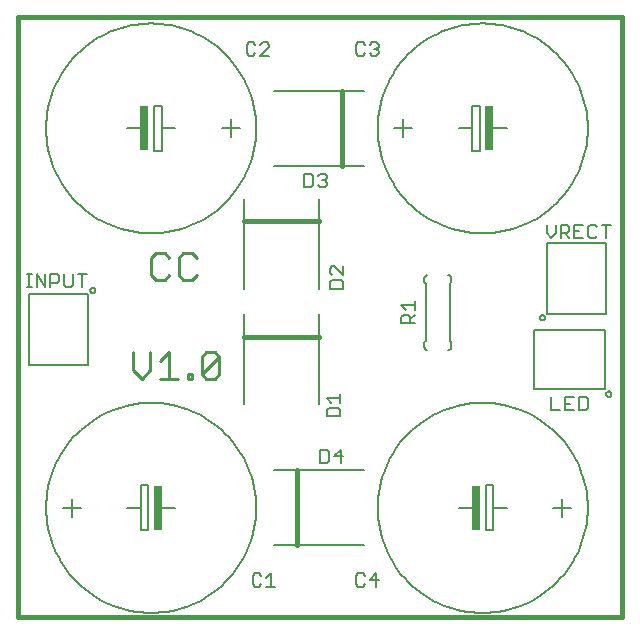
<source format=gto>
G75*
G70*
%OFA0B0*%
%FSLAX24Y24*%
%IPPOS*%
%LPD*%
%AMOC8*
5,1,8,0,0,1.08239X$1,22.5*
%
%ADD10C,0.0160*%
%ADD11C,0.0110*%
%ADD12C,0.0050*%
%ADD13C,0.0060*%
%ADD14R,0.0250X0.1500*%
D10*
X000180Y000180D02*
X020330Y000180D01*
X020330Y020180D01*
X000180Y020180D01*
X000180Y000180D01*
X009480Y002580D02*
X009480Y005080D01*
X010230Y009530D02*
X007730Y009530D01*
X007730Y013380D02*
X010230Y013380D01*
X010980Y015230D02*
X010980Y017730D01*
D11*
X006001Y012326D02*
X005704Y012326D01*
X005556Y012177D01*
X005556Y011583D01*
X005704Y011435D01*
X006001Y011435D01*
X006150Y011583D01*
X006150Y012177D02*
X006001Y012326D01*
X005229Y012177D02*
X005080Y012326D01*
X004783Y012326D01*
X004635Y012177D01*
X004635Y011583D01*
X004783Y011435D01*
X005080Y011435D01*
X005229Y011583D01*
X005230Y009026D02*
X005230Y008135D01*
X004933Y008135D02*
X005527Y008135D01*
X005854Y008135D02*
X006002Y008135D01*
X006002Y008283D01*
X005854Y008283D01*
X005854Y008135D01*
X006314Y008283D02*
X006908Y008877D01*
X006908Y008283D01*
X006760Y008135D01*
X006463Y008135D01*
X006314Y008283D01*
X006314Y008877D01*
X006463Y009026D01*
X006760Y009026D01*
X006908Y008877D01*
X005230Y009026D02*
X004933Y008729D01*
X004606Y008432D02*
X004606Y009026D01*
X004012Y009026D02*
X004012Y008432D01*
X004309Y008135D01*
X004606Y008432D01*
D12*
X002524Y008605D02*
X000555Y008605D01*
X000555Y010967D01*
X002524Y010967D01*
X002524Y008605D01*
X002593Y011086D02*
X002595Y011104D01*
X002601Y011122D01*
X002610Y011138D01*
X002622Y011151D01*
X002637Y011162D01*
X002654Y011170D01*
X002672Y011174D01*
X002690Y011174D01*
X002708Y011170D01*
X002725Y011162D01*
X002740Y011151D01*
X002752Y011138D01*
X002761Y011122D01*
X002767Y011104D01*
X002769Y011086D01*
X002767Y011068D01*
X002761Y011050D01*
X002752Y011034D01*
X002740Y011021D01*
X002725Y011010D01*
X002708Y011002D01*
X002690Y010998D01*
X002672Y010998D01*
X002654Y011002D01*
X002637Y011010D01*
X002622Y011021D01*
X002610Y011034D01*
X002601Y011050D01*
X002595Y011068D01*
X002593Y011086D01*
X007730Y011130D02*
X007730Y013380D01*
X007730Y014130D01*
X008730Y015230D02*
X010980Y015230D01*
X011730Y015230D01*
X010230Y014130D02*
X010230Y013380D01*
X010230Y011130D01*
X010230Y010280D02*
X010230Y009530D01*
X010230Y007280D01*
X009480Y005080D02*
X008730Y005080D01*
X009480Y005080D02*
X011730Y005080D01*
X011730Y002580D02*
X009480Y002580D01*
X008730Y002580D01*
X007730Y007280D02*
X007730Y009530D01*
X007730Y010280D01*
X008730Y017730D02*
X010980Y017730D01*
X011730Y017730D01*
X017836Y012655D02*
X019805Y012655D01*
X019805Y010293D01*
X017836Y010293D01*
X017836Y012655D01*
X017591Y010174D02*
X017593Y010192D01*
X017599Y010210D01*
X017608Y010226D01*
X017620Y010239D01*
X017635Y010250D01*
X017652Y010258D01*
X017670Y010262D01*
X017688Y010262D01*
X017706Y010258D01*
X017723Y010250D01*
X017738Y010239D01*
X017750Y010226D01*
X017759Y010210D01*
X017765Y010192D01*
X017767Y010174D01*
X017765Y010156D01*
X017759Y010138D01*
X017750Y010122D01*
X017738Y010109D01*
X017723Y010098D01*
X017706Y010090D01*
X017688Y010086D01*
X017670Y010086D01*
X017652Y010090D01*
X017635Y010098D01*
X017620Y010109D01*
X017608Y010122D01*
X017599Y010138D01*
X017593Y010156D01*
X017591Y010174D01*
X017405Y009755D02*
X019767Y009755D01*
X019767Y007786D01*
X017405Y007786D01*
X017405Y009755D01*
X019798Y007629D02*
X019800Y007647D01*
X019806Y007665D01*
X019815Y007681D01*
X019827Y007694D01*
X019842Y007705D01*
X019859Y007713D01*
X019877Y007717D01*
X019895Y007717D01*
X019913Y007713D01*
X019930Y007705D01*
X019945Y007694D01*
X019957Y007681D01*
X019966Y007665D01*
X019972Y007647D01*
X019974Y007629D01*
X019972Y007611D01*
X019966Y007593D01*
X019957Y007577D01*
X019945Y007564D01*
X019930Y007553D01*
X019913Y007545D01*
X019895Y007541D01*
X019877Y007541D01*
X019859Y007545D01*
X019842Y007553D01*
X019827Y007564D01*
X019815Y007577D01*
X019806Y007593D01*
X019800Y007611D01*
X019798Y007629D01*
D13*
X019184Y007448D02*
X019184Y007155D01*
X019110Y007081D01*
X018890Y007081D01*
X018890Y007522D01*
X019110Y007522D01*
X019184Y007448D01*
X018723Y007522D02*
X018430Y007522D01*
X018430Y007081D01*
X018723Y007081D01*
X018577Y007301D02*
X018430Y007301D01*
X018263Y007081D02*
X017969Y007081D01*
X017969Y007522D01*
X016030Y004580D02*
X015780Y004580D01*
X015780Y003080D01*
X016030Y003080D01*
X016030Y003830D01*
X016030Y004580D01*
X016030Y003830D02*
X016480Y003830D01*
X012180Y003830D02*
X012184Y004002D01*
X012197Y004173D01*
X012218Y004344D01*
X012247Y004513D01*
X012285Y004680D01*
X012331Y004846D01*
X012385Y005009D01*
X012446Y005169D01*
X012516Y005326D01*
X012593Y005480D01*
X012678Y005629D01*
X012770Y005774D01*
X012869Y005915D01*
X012974Y006050D01*
X013087Y006180D01*
X013205Y006305D01*
X013330Y006423D01*
X013460Y006536D01*
X013595Y006641D01*
X013736Y006740D01*
X013881Y006832D01*
X014030Y006917D01*
X014184Y006994D01*
X014341Y007064D01*
X014501Y007125D01*
X014664Y007179D01*
X014830Y007225D01*
X014997Y007263D01*
X015166Y007292D01*
X015337Y007313D01*
X015508Y007326D01*
X015680Y007330D01*
X015852Y007326D01*
X016023Y007313D01*
X016194Y007292D01*
X016363Y007263D01*
X016530Y007225D01*
X016696Y007179D01*
X016859Y007125D01*
X017019Y007064D01*
X017176Y006994D01*
X017330Y006917D01*
X017479Y006832D01*
X017624Y006740D01*
X017765Y006641D01*
X017900Y006536D01*
X018030Y006423D01*
X018155Y006305D01*
X018273Y006180D01*
X018386Y006050D01*
X018491Y005915D01*
X018590Y005774D01*
X018682Y005629D01*
X018767Y005480D01*
X018844Y005326D01*
X018914Y005169D01*
X018975Y005009D01*
X019029Y004846D01*
X019075Y004680D01*
X019113Y004513D01*
X019142Y004344D01*
X019163Y004173D01*
X019176Y004002D01*
X019180Y003830D01*
X019176Y003658D01*
X019163Y003487D01*
X019142Y003316D01*
X019113Y003147D01*
X019075Y002980D01*
X019029Y002814D01*
X018975Y002651D01*
X018914Y002491D01*
X018844Y002334D01*
X018767Y002180D01*
X018682Y002031D01*
X018590Y001886D01*
X018491Y001745D01*
X018386Y001610D01*
X018273Y001480D01*
X018155Y001355D01*
X018030Y001237D01*
X017900Y001124D01*
X017765Y001019D01*
X017624Y000920D01*
X017479Y000828D01*
X017330Y000743D01*
X017176Y000666D01*
X017019Y000596D01*
X016859Y000535D01*
X016696Y000481D01*
X016530Y000435D01*
X016363Y000397D01*
X016194Y000368D01*
X016023Y000347D01*
X015852Y000334D01*
X015680Y000330D01*
X015508Y000334D01*
X015337Y000347D01*
X015166Y000368D01*
X014997Y000397D01*
X014830Y000435D01*
X014664Y000481D01*
X014501Y000535D01*
X014341Y000596D01*
X014184Y000666D01*
X014030Y000743D01*
X013881Y000828D01*
X013736Y000920D01*
X013595Y001019D01*
X013460Y001124D01*
X013330Y001237D01*
X013205Y001355D01*
X013087Y001480D01*
X012974Y001610D01*
X012869Y001745D01*
X012770Y001886D01*
X012678Y002031D01*
X012593Y002180D01*
X012516Y002334D01*
X012446Y002491D01*
X012385Y002651D01*
X012331Y002814D01*
X012285Y002980D01*
X012247Y003147D01*
X012218Y003316D01*
X012197Y003487D01*
X012184Y003658D01*
X012180Y003830D01*
X010950Y005339D02*
X010950Y005779D01*
X010730Y005559D01*
X011023Y005559D01*
X010563Y005412D02*
X010563Y005706D01*
X010490Y005779D01*
X010269Y005779D01*
X010269Y005339D01*
X010490Y005339D01*
X010563Y005412D01*
X010488Y006880D02*
X010488Y007100D01*
X010562Y007173D01*
X010855Y007173D01*
X010929Y007100D01*
X010929Y006880D01*
X010488Y006880D01*
X010635Y007340D02*
X010488Y007487D01*
X010929Y007487D01*
X010929Y007340D02*
X010929Y007634D01*
X012970Y009980D02*
X012970Y010200D01*
X013043Y010274D01*
X013190Y010274D01*
X013263Y010200D01*
X013263Y009980D01*
X013263Y010127D02*
X013410Y010274D01*
X013410Y010440D02*
X013410Y010734D01*
X013410Y010587D02*
X012970Y010587D01*
X013116Y010440D01*
X012970Y009980D02*
X013410Y009980D01*
X013790Y009400D02*
X013790Y011300D01*
X013740Y011350D01*
X013740Y011500D01*
X013742Y011517D01*
X013746Y011534D01*
X013753Y011550D01*
X013763Y011564D01*
X013776Y011577D01*
X013790Y011587D01*
X013806Y011594D01*
X013823Y011598D01*
X013840Y011600D01*
X014540Y011600D02*
X014557Y011598D01*
X014574Y011594D01*
X014590Y011587D01*
X014604Y011577D01*
X014617Y011564D01*
X014627Y011550D01*
X014634Y011534D01*
X014638Y011517D01*
X014640Y011500D01*
X014640Y011350D01*
X014590Y011300D01*
X014590Y009400D01*
X014640Y009350D01*
X014640Y009200D01*
X014638Y009183D01*
X014634Y009166D01*
X014627Y009150D01*
X014617Y009136D01*
X014604Y009123D01*
X014590Y009113D01*
X014574Y009106D01*
X014557Y009102D01*
X014540Y009100D01*
X013840Y009100D02*
X013823Y009102D01*
X013806Y009106D01*
X013790Y009113D01*
X013776Y009123D01*
X013763Y009136D01*
X013753Y009150D01*
X013746Y009166D01*
X013742Y009183D01*
X013740Y009200D01*
X013740Y009350D01*
X013790Y009400D01*
X011029Y011130D02*
X011029Y011350D01*
X010955Y011423D01*
X010662Y011423D01*
X010588Y011350D01*
X010588Y011130D01*
X011029Y011130D01*
X011029Y011590D02*
X010735Y011884D01*
X010662Y011884D01*
X010588Y011810D01*
X010588Y011664D01*
X010662Y011590D01*
X011029Y011590D02*
X011029Y011884D01*
X010410Y014531D02*
X010264Y014531D01*
X010190Y014605D01*
X010023Y014605D02*
X010023Y014898D01*
X009950Y014972D01*
X009730Y014972D01*
X009730Y014531D01*
X009950Y014531D01*
X010023Y014605D01*
X010190Y014898D02*
X010264Y014972D01*
X010410Y014972D01*
X010484Y014898D01*
X010484Y014825D01*
X010410Y014751D01*
X010484Y014678D01*
X010484Y014605D01*
X010410Y014531D01*
X010410Y014751D02*
X010337Y014751D01*
X012730Y016480D02*
X013330Y016480D01*
X013030Y016180D02*
X013030Y016780D01*
X014880Y016480D02*
X015330Y016480D01*
X015330Y015730D01*
X015580Y015730D01*
X015580Y017230D01*
X015330Y017230D01*
X015330Y016480D01*
X012180Y016480D02*
X012184Y016652D01*
X012197Y016823D01*
X012218Y016994D01*
X012247Y017163D01*
X012285Y017330D01*
X012331Y017496D01*
X012385Y017659D01*
X012446Y017819D01*
X012516Y017976D01*
X012593Y018130D01*
X012678Y018279D01*
X012770Y018424D01*
X012869Y018565D01*
X012974Y018700D01*
X013087Y018830D01*
X013205Y018955D01*
X013330Y019073D01*
X013460Y019186D01*
X013595Y019291D01*
X013736Y019390D01*
X013881Y019482D01*
X014030Y019567D01*
X014184Y019644D01*
X014341Y019714D01*
X014501Y019775D01*
X014664Y019829D01*
X014830Y019875D01*
X014997Y019913D01*
X015166Y019942D01*
X015337Y019963D01*
X015508Y019976D01*
X015680Y019980D01*
X015852Y019976D01*
X016023Y019963D01*
X016194Y019942D01*
X016363Y019913D01*
X016530Y019875D01*
X016696Y019829D01*
X016859Y019775D01*
X017019Y019714D01*
X017176Y019644D01*
X017330Y019567D01*
X017479Y019482D01*
X017624Y019390D01*
X017765Y019291D01*
X017900Y019186D01*
X018030Y019073D01*
X018155Y018955D01*
X018273Y018830D01*
X018386Y018700D01*
X018491Y018565D01*
X018590Y018424D01*
X018682Y018279D01*
X018767Y018130D01*
X018844Y017976D01*
X018914Y017819D01*
X018975Y017659D01*
X019029Y017496D01*
X019075Y017330D01*
X019113Y017163D01*
X019142Y016994D01*
X019163Y016823D01*
X019176Y016652D01*
X019180Y016480D01*
X019176Y016308D01*
X019163Y016137D01*
X019142Y015966D01*
X019113Y015797D01*
X019075Y015630D01*
X019029Y015464D01*
X018975Y015301D01*
X018914Y015141D01*
X018844Y014984D01*
X018767Y014830D01*
X018682Y014681D01*
X018590Y014536D01*
X018491Y014395D01*
X018386Y014260D01*
X018273Y014130D01*
X018155Y014005D01*
X018030Y013887D01*
X017900Y013774D01*
X017765Y013669D01*
X017624Y013570D01*
X017479Y013478D01*
X017330Y013393D01*
X017176Y013316D01*
X017019Y013246D01*
X016859Y013185D01*
X016696Y013131D01*
X016530Y013085D01*
X016363Y013047D01*
X016194Y013018D01*
X016023Y012997D01*
X015852Y012984D01*
X015680Y012980D01*
X015508Y012984D01*
X015337Y012997D01*
X015166Y013018D01*
X014997Y013047D01*
X014830Y013085D01*
X014664Y013131D01*
X014501Y013185D01*
X014341Y013246D01*
X014184Y013316D01*
X014030Y013393D01*
X013881Y013478D01*
X013736Y013570D01*
X013595Y013669D01*
X013460Y013774D01*
X013330Y013887D01*
X013205Y014005D01*
X013087Y014130D01*
X012974Y014260D01*
X012869Y014395D01*
X012770Y014536D01*
X012678Y014681D01*
X012593Y014830D01*
X012516Y014984D01*
X012446Y015141D01*
X012385Y015301D01*
X012331Y015464D01*
X012285Y015630D01*
X012247Y015797D01*
X012218Y015966D01*
X012197Y016137D01*
X012184Y016308D01*
X012180Y016480D01*
X012141Y018910D02*
X011994Y018910D01*
X011920Y018983D01*
X011754Y018983D02*
X011680Y018910D01*
X011533Y018910D01*
X011460Y018983D01*
X011460Y019277D01*
X011533Y019350D01*
X011680Y019350D01*
X011754Y019277D01*
X011920Y019277D02*
X011994Y019350D01*
X012141Y019350D01*
X012214Y019277D01*
X012214Y019204D01*
X012141Y019130D01*
X012214Y019057D01*
X012214Y018983D01*
X012141Y018910D01*
X012141Y019130D02*
X012067Y019130D01*
X008564Y019204D02*
X008564Y019277D01*
X008491Y019350D01*
X008344Y019350D01*
X008270Y019277D01*
X008104Y019277D02*
X008030Y019350D01*
X007883Y019350D01*
X007810Y019277D01*
X007810Y018983D01*
X007883Y018910D01*
X008030Y018910D01*
X008104Y018983D01*
X008270Y018910D02*
X008564Y019204D01*
X008564Y018910D02*
X008270Y018910D01*
X007280Y016780D02*
X007280Y016180D01*
X007580Y016480D02*
X006980Y016480D01*
X005430Y016480D02*
X004980Y016480D01*
X004980Y017230D01*
X004730Y017230D01*
X004730Y015730D01*
X004980Y015730D01*
X004980Y016480D01*
X001130Y016480D02*
X001134Y016652D01*
X001147Y016823D01*
X001168Y016994D01*
X001197Y017163D01*
X001235Y017330D01*
X001281Y017496D01*
X001335Y017659D01*
X001396Y017819D01*
X001466Y017976D01*
X001543Y018130D01*
X001628Y018279D01*
X001720Y018424D01*
X001819Y018565D01*
X001924Y018700D01*
X002037Y018830D01*
X002155Y018955D01*
X002280Y019073D01*
X002410Y019186D01*
X002545Y019291D01*
X002686Y019390D01*
X002831Y019482D01*
X002980Y019567D01*
X003134Y019644D01*
X003291Y019714D01*
X003451Y019775D01*
X003614Y019829D01*
X003780Y019875D01*
X003947Y019913D01*
X004116Y019942D01*
X004287Y019963D01*
X004458Y019976D01*
X004630Y019980D01*
X004802Y019976D01*
X004973Y019963D01*
X005144Y019942D01*
X005313Y019913D01*
X005480Y019875D01*
X005646Y019829D01*
X005809Y019775D01*
X005969Y019714D01*
X006126Y019644D01*
X006280Y019567D01*
X006429Y019482D01*
X006574Y019390D01*
X006715Y019291D01*
X006850Y019186D01*
X006980Y019073D01*
X007105Y018955D01*
X007223Y018830D01*
X007336Y018700D01*
X007441Y018565D01*
X007540Y018424D01*
X007632Y018279D01*
X007717Y018130D01*
X007794Y017976D01*
X007864Y017819D01*
X007925Y017659D01*
X007979Y017496D01*
X008025Y017330D01*
X008063Y017163D01*
X008092Y016994D01*
X008113Y016823D01*
X008126Y016652D01*
X008130Y016480D01*
X008126Y016308D01*
X008113Y016137D01*
X008092Y015966D01*
X008063Y015797D01*
X008025Y015630D01*
X007979Y015464D01*
X007925Y015301D01*
X007864Y015141D01*
X007794Y014984D01*
X007717Y014830D01*
X007632Y014681D01*
X007540Y014536D01*
X007441Y014395D01*
X007336Y014260D01*
X007223Y014130D01*
X007105Y014005D01*
X006980Y013887D01*
X006850Y013774D01*
X006715Y013669D01*
X006574Y013570D01*
X006429Y013478D01*
X006280Y013393D01*
X006126Y013316D01*
X005969Y013246D01*
X005809Y013185D01*
X005646Y013131D01*
X005480Y013085D01*
X005313Y013047D01*
X005144Y013018D01*
X004973Y012997D01*
X004802Y012984D01*
X004630Y012980D01*
X004458Y012984D01*
X004287Y012997D01*
X004116Y013018D01*
X003947Y013047D01*
X003780Y013085D01*
X003614Y013131D01*
X003451Y013185D01*
X003291Y013246D01*
X003134Y013316D01*
X002980Y013393D01*
X002831Y013478D01*
X002686Y013570D01*
X002545Y013669D01*
X002410Y013774D01*
X002280Y013887D01*
X002155Y014005D01*
X002037Y014130D01*
X001924Y014260D01*
X001819Y014395D01*
X001720Y014536D01*
X001628Y014681D01*
X001543Y014830D01*
X001466Y014984D01*
X001396Y015141D01*
X001335Y015301D01*
X001281Y015464D01*
X001235Y015630D01*
X001197Y015797D01*
X001168Y015966D01*
X001147Y016137D01*
X001134Y016308D01*
X001130Y016480D01*
X003830Y016480D02*
X004380Y016480D01*
X002484Y011622D02*
X002190Y011622D01*
X002337Y011622D02*
X002337Y011181D01*
X002023Y011255D02*
X001950Y011181D01*
X001803Y011181D01*
X001730Y011255D01*
X001730Y011622D01*
X001563Y011548D02*
X001563Y011401D01*
X001490Y011328D01*
X001269Y011328D01*
X001269Y011181D02*
X001269Y011622D01*
X001490Y011622D01*
X001563Y011548D01*
X002023Y011622D02*
X002023Y011255D01*
X001103Y011181D02*
X001103Y011622D01*
X000809Y011622D02*
X001103Y011181D01*
X000809Y011181D02*
X000809Y011622D01*
X000649Y011622D02*
X000502Y011622D01*
X000575Y011622D02*
X000575Y011181D01*
X000502Y011181D02*
X000649Y011181D01*
X004280Y004580D02*
X004530Y004580D01*
X004530Y003080D01*
X004280Y003080D01*
X004280Y003830D01*
X004280Y004580D01*
X004280Y003830D02*
X003830Y003830D01*
X001130Y003830D02*
X001134Y004002D01*
X001147Y004173D01*
X001168Y004344D01*
X001197Y004513D01*
X001235Y004680D01*
X001281Y004846D01*
X001335Y005009D01*
X001396Y005169D01*
X001466Y005326D01*
X001543Y005480D01*
X001628Y005629D01*
X001720Y005774D01*
X001819Y005915D01*
X001924Y006050D01*
X002037Y006180D01*
X002155Y006305D01*
X002280Y006423D01*
X002410Y006536D01*
X002545Y006641D01*
X002686Y006740D01*
X002831Y006832D01*
X002980Y006917D01*
X003134Y006994D01*
X003291Y007064D01*
X003451Y007125D01*
X003614Y007179D01*
X003780Y007225D01*
X003947Y007263D01*
X004116Y007292D01*
X004287Y007313D01*
X004458Y007326D01*
X004630Y007330D01*
X004802Y007326D01*
X004973Y007313D01*
X005144Y007292D01*
X005313Y007263D01*
X005480Y007225D01*
X005646Y007179D01*
X005809Y007125D01*
X005969Y007064D01*
X006126Y006994D01*
X006280Y006917D01*
X006429Y006832D01*
X006574Y006740D01*
X006715Y006641D01*
X006850Y006536D01*
X006980Y006423D01*
X007105Y006305D01*
X007223Y006180D01*
X007336Y006050D01*
X007441Y005915D01*
X007540Y005774D01*
X007632Y005629D01*
X007717Y005480D01*
X007794Y005326D01*
X007864Y005169D01*
X007925Y005009D01*
X007979Y004846D01*
X008025Y004680D01*
X008063Y004513D01*
X008092Y004344D01*
X008113Y004173D01*
X008126Y004002D01*
X008130Y003830D01*
X008126Y003658D01*
X008113Y003487D01*
X008092Y003316D01*
X008063Y003147D01*
X008025Y002980D01*
X007979Y002814D01*
X007925Y002651D01*
X007864Y002491D01*
X007794Y002334D01*
X007717Y002180D01*
X007632Y002031D01*
X007540Y001886D01*
X007441Y001745D01*
X007336Y001610D01*
X007223Y001480D01*
X007105Y001355D01*
X006980Y001237D01*
X006850Y001124D01*
X006715Y001019D01*
X006574Y000920D01*
X006429Y000828D01*
X006280Y000743D01*
X006126Y000666D01*
X005969Y000596D01*
X005809Y000535D01*
X005646Y000481D01*
X005480Y000435D01*
X005313Y000397D01*
X005144Y000368D01*
X004973Y000347D01*
X004802Y000334D01*
X004630Y000330D01*
X004458Y000334D01*
X004287Y000347D01*
X004116Y000368D01*
X003947Y000397D01*
X003780Y000435D01*
X003614Y000481D01*
X003451Y000535D01*
X003291Y000596D01*
X003134Y000666D01*
X002980Y000743D01*
X002831Y000828D01*
X002686Y000920D01*
X002545Y001019D01*
X002410Y001124D01*
X002280Y001237D01*
X002155Y001355D01*
X002037Y001480D01*
X001924Y001610D01*
X001819Y001745D01*
X001720Y001886D01*
X001628Y002031D01*
X001543Y002180D01*
X001466Y002334D01*
X001396Y002491D01*
X001335Y002651D01*
X001281Y002814D01*
X001235Y002980D01*
X001197Y003147D01*
X001168Y003316D01*
X001147Y003487D01*
X001134Y003658D01*
X001130Y003830D01*
X001680Y003830D02*
X002280Y003830D01*
X001980Y003530D02*
X001980Y004130D01*
X004880Y003830D02*
X005430Y003830D01*
X008010Y001577D02*
X008010Y001283D01*
X008083Y001210D01*
X008230Y001210D01*
X008304Y001283D01*
X008470Y001210D02*
X008764Y001210D01*
X008617Y001210D02*
X008617Y001650D01*
X008470Y001504D01*
X008304Y001577D02*
X008230Y001650D01*
X008083Y001650D01*
X008010Y001577D01*
X011460Y001577D02*
X011460Y001283D01*
X011533Y001210D01*
X011680Y001210D01*
X011754Y001283D01*
X011920Y001430D02*
X012214Y001430D01*
X012141Y001210D02*
X012141Y001650D01*
X011920Y001430D01*
X011754Y001577D02*
X011680Y001650D01*
X011533Y001650D01*
X011460Y001577D01*
X014880Y003830D02*
X015430Y003830D01*
X018030Y003830D02*
X018630Y003830D01*
X018330Y004130D02*
X018330Y003530D01*
X018280Y012839D02*
X018280Y013279D01*
X018500Y013279D01*
X018573Y013206D01*
X018573Y013059D01*
X018500Y012986D01*
X018280Y012986D01*
X018427Y012986D02*
X018573Y012839D01*
X018740Y012839D02*
X019034Y012839D01*
X019201Y012912D02*
X019201Y013206D01*
X019274Y013279D01*
X019421Y013279D01*
X019494Y013206D01*
X019661Y013279D02*
X019955Y013279D01*
X019808Y013279D02*
X019808Y012839D01*
X019494Y012912D02*
X019421Y012839D01*
X019274Y012839D01*
X019201Y012912D01*
X018887Y013059D02*
X018740Y013059D01*
X018740Y013279D02*
X018740Y012839D01*
X018740Y013279D02*
X019034Y013279D01*
X018113Y013279D02*
X018113Y012986D01*
X017966Y012839D01*
X017819Y012986D01*
X017819Y013279D01*
X016480Y016480D02*
X015930Y016480D01*
D14*
X015905Y016480D03*
X004405Y016480D03*
X004855Y003830D03*
X015455Y003830D03*
M02*

</source>
